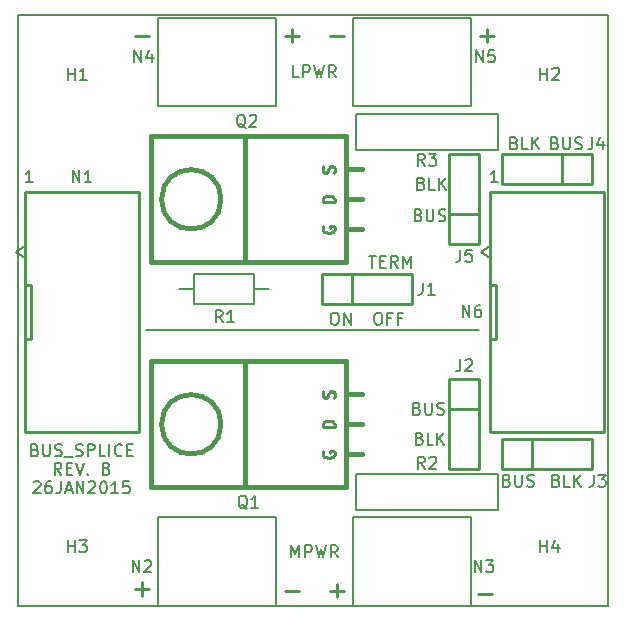
<source format=gto>
%FSLAX36Y36*%
G04 Gerber Fmt 3.6, Leading zero omitted, Abs format (unit inch)*
G04 Created by KiCad (PCBNEW (2014-jul-16 BZR unknown)-product) date Tue 27 Jan 2015 08:42:02 AM PST*
%MOIN*%
G01*
G04 APERTURE LIST*
%ADD10C,0.003937*%
%ADD11C,0.008000*%
%ADD12C,0.006000*%
%ADD13C,0.010000*%
%ADD14C,0.005906*%
%ADD15C,0.015000*%
%ADD16C,0.009850*%
%ADD17C,0.009900*%
G04 APERTURE END LIST*
D10*
D11*
X4365000Y-4985000D02*
X5475000Y-4985000D01*
D12*
X5107619Y-4738095D02*
X5130476Y-4738095D01*
X5119048Y-4778095D02*
X5119048Y-4738095D01*
X5143810Y-4757143D02*
X5157143Y-4757143D01*
X5162857Y-4778095D02*
X5143810Y-4778095D01*
X5143810Y-4738095D01*
X5162857Y-4738095D01*
X5202857Y-4778095D02*
X5189524Y-4759048D01*
X5180000Y-4778095D02*
X5180000Y-4738095D01*
X5195238Y-4738095D01*
X5199048Y-4740000D01*
X5200952Y-4741905D01*
X5202857Y-4745714D01*
X5202857Y-4751429D01*
X5200952Y-4755238D01*
X5199048Y-4757143D01*
X5195238Y-4759048D01*
X5180000Y-4759048D01*
X5220000Y-4778095D02*
X5220000Y-4738095D01*
X5233333Y-4766667D01*
X5246667Y-4738095D01*
X5246667Y-4778095D01*
X5727857Y-4362143D02*
X5733571Y-4364048D01*
X5735476Y-4365952D01*
X5737381Y-4369762D01*
X5737381Y-4375476D01*
X5735476Y-4379286D01*
X5733571Y-4381190D01*
X5729762Y-4383095D01*
X5714524Y-4383095D01*
X5714524Y-4343095D01*
X5727857Y-4343095D01*
X5731667Y-4345000D01*
X5733571Y-4346905D01*
X5735476Y-4350714D01*
X5735476Y-4354524D01*
X5733571Y-4358333D01*
X5731667Y-4360238D01*
X5727857Y-4362143D01*
X5714524Y-4362143D01*
X5754524Y-4343095D02*
X5754524Y-4375476D01*
X5756429Y-4379286D01*
X5758333Y-4381190D01*
X5762143Y-4383095D01*
X5769762Y-4383095D01*
X5773571Y-4381190D01*
X5775476Y-4379286D01*
X5777381Y-4375476D01*
X5777381Y-4343095D01*
X5794524Y-4381190D02*
X5800238Y-4383095D01*
X5809762Y-4383095D01*
X5813571Y-4381190D01*
X5815476Y-4379286D01*
X5817381Y-4375476D01*
X5817381Y-4371667D01*
X5815476Y-4367857D01*
X5813571Y-4365952D01*
X5809762Y-4364048D01*
X5802143Y-4362143D01*
X5798333Y-4360238D01*
X5796429Y-4358333D01*
X5794524Y-4354524D01*
X5794524Y-4350714D01*
X5796429Y-4346905D01*
X5798333Y-4345000D01*
X5802143Y-4343095D01*
X5811667Y-4343095D01*
X5817381Y-4345000D01*
X5591667Y-4362143D02*
X5597381Y-4364048D01*
X5599286Y-4365952D01*
X5601190Y-4369762D01*
X5601190Y-4375476D01*
X5599286Y-4379286D01*
X5597381Y-4381190D01*
X5593571Y-4383095D01*
X5578333Y-4383095D01*
X5578333Y-4343095D01*
X5591667Y-4343095D01*
X5595476Y-4345000D01*
X5597381Y-4346905D01*
X5599286Y-4350714D01*
X5599286Y-4354524D01*
X5597381Y-4358333D01*
X5595476Y-4360238D01*
X5591667Y-4362143D01*
X5578333Y-4362143D01*
X5637381Y-4383095D02*
X5618333Y-4383095D01*
X5618333Y-4343095D01*
X5650714Y-4383095D02*
X5650714Y-4343095D01*
X5673571Y-4383095D02*
X5656429Y-4360238D01*
X5673571Y-4343095D02*
X5650714Y-4365952D01*
X5281667Y-4497143D02*
X5287381Y-4499048D01*
X5289286Y-4500952D01*
X5291190Y-4504762D01*
X5291190Y-4510476D01*
X5289286Y-4514286D01*
X5287381Y-4516190D01*
X5283571Y-4518095D01*
X5268333Y-4518095D01*
X5268333Y-4478095D01*
X5281667Y-4478095D01*
X5285476Y-4480000D01*
X5287381Y-4481905D01*
X5289286Y-4485714D01*
X5289286Y-4489524D01*
X5287381Y-4493333D01*
X5285476Y-4495238D01*
X5281667Y-4497143D01*
X5268333Y-4497143D01*
X5327381Y-4518095D02*
X5308333Y-4518095D01*
X5308333Y-4478095D01*
X5340714Y-4518095D02*
X5340714Y-4478095D01*
X5363571Y-4518095D02*
X5346429Y-4495238D01*
X5363571Y-4478095D02*
X5340714Y-4500952D01*
X5272857Y-4602143D02*
X5278571Y-4604048D01*
X5280476Y-4605952D01*
X5282381Y-4609762D01*
X5282381Y-4615476D01*
X5280476Y-4619286D01*
X5278571Y-4621190D01*
X5274762Y-4623095D01*
X5259524Y-4623095D01*
X5259524Y-4583095D01*
X5272857Y-4583095D01*
X5276667Y-4585000D01*
X5278571Y-4586905D01*
X5280476Y-4590714D01*
X5280476Y-4594524D01*
X5278571Y-4598333D01*
X5276667Y-4600238D01*
X5272857Y-4602143D01*
X5259524Y-4602143D01*
X5299524Y-4583095D02*
X5299524Y-4615476D01*
X5301429Y-4619286D01*
X5303333Y-4621190D01*
X5307143Y-4623095D01*
X5314762Y-4623095D01*
X5318571Y-4621190D01*
X5320476Y-4619286D01*
X5322381Y-4615476D01*
X5322381Y-4583095D01*
X5339524Y-4621190D02*
X5345238Y-4623095D01*
X5354762Y-4623095D01*
X5358571Y-4621190D01*
X5360476Y-4619286D01*
X5362381Y-4615476D01*
X5362381Y-4611667D01*
X5360476Y-4607857D01*
X5358571Y-4605952D01*
X5354762Y-4604048D01*
X5347143Y-4602143D01*
X5343333Y-4600238D01*
X5341429Y-4598333D01*
X5339524Y-4594524D01*
X5339524Y-4590714D01*
X5341429Y-4586905D01*
X5343333Y-4585000D01*
X5347143Y-4583095D01*
X5356667Y-4583095D01*
X5362381Y-4585000D01*
X5276667Y-5347143D02*
X5282381Y-5349048D01*
X5284286Y-5350952D01*
X5286190Y-5354762D01*
X5286190Y-5360476D01*
X5284286Y-5364286D01*
X5282381Y-5366190D01*
X5278571Y-5368095D01*
X5263333Y-5368095D01*
X5263333Y-5328095D01*
X5276667Y-5328095D01*
X5280476Y-5330000D01*
X5282381Y-5331905D01*
X5284286Y-5335714D01*
X5284286Y-5339524D01*
X5282381Y-5343333D01*
X5280476Y-5345238D01*
X5276667Y-5347143D01*
X5263333Y-5347143D01*
X5322381Y-5368095D02*
X5303333Y-5368095D01*
X5303333Y-5328095D01*
X5335714Y-5368095D02*
X5335714Y-5328095D01*
X5358571Y-5368095D02*
X5341429Y-5345238D01*
X5358571Y-5328095D02*
X5335714Y-5350952D01*
X5267857Y-5247143D02*
X5273571Y-5249048D01*
X5275476Y-5250952D01*
X5277381Y-5254762D01*
X5277381Y-5260476D01*
X5275476Y-5264286D01*
X5273571Y-5266190D01*
X5269762Y-5268095D01*
X5254524Y-5268095D01*
X5254524Y-5228095D01*
X5267857Y-5228095D01*
X5271667Y-5230000D01*
X5273571Y-5231905D01*
X5275476Y-5235714D01*
X5275476Y-5239524D01*
X5273571Y-5243333D01*
X5271667Y-5245238D01*
X5267857Y-5247143D01*
X5254524Y-5247143D01*
X5294524Y-5228095D02*
X5294524Y-5260476D01*
X5296429Y-5264286D01*
X5298333Y-5266190D01*
X5302143Y-5268095D01*
X5309762Y-5268095D01*
X5313571Y-5266190D01*
X5315476Y-5264286D01*
X5317381Y-5260476D01*
X5317381Y-5228095D01*
X5334524Y-5266190D02*
X5340238Y-5268095D01*
X5349762Y-5268095D01*
X5353571Y-5266190D01*
X5355476Y-5264286D01*
X5357381Y-5260476D01*
X5357381Y-5256667D01*
X5355476Y-5252857D01*
X5353571Y-5250952D01*
X5349762Y-5249048D01*
X5342143Y-5247143D01*
X5338333Y-5245238D01*
X5336429Y-5243333D01*
X5334524Y-5239524D01*
X5334524Y-5235714D01*
X5336429Y-5231905D01*
X5338333Y-5230000D01*
X5342143Y-5228095D01*
X5351667Y-5228095D01*
X5357381Y-5230000D01*
X5731667Y-5487143D02*
X5737381Y-5489048D01*
X5739286Y-5490952D01*
X5741190Y-5494762D01*
X5741190Y-5500476D01*
X5739286Y-5504286D01*
X5737381Y-5506190D01*
X5733571Y-5508095D01*
X5718333Y-5508095D01*
X5718333Y-5468095D01*
X5731667Y-5468095D01*
X5735476Y-5470000D01*
X5737381Y-5471905D01*
X5739286Y-5475714D01*
X5739286Y-5479524D01*
X5737381Y-5483333D01*
X5735476Y-5485238D01*
X5731667Y-5487143D01*
X5718333Y-5487143D01*
X5777381Y-5508095D02*
X5758333Y-5508095D01*
X5758333Y-5468095D01*
X5790714Y-5508095D02*
X5790714Y-5468095D01*
X5813571Y-5508095D02*
X5796429Y-5485238D01*
X5813571Y-5468095D02*
X5790714Y-5490952D01*
X5567857Y-5487143D02*
X5573571Y-5489048D01*
X5575476Y-5490952D01*
X5577381Y-5494762D01*
X5577381Y-5500476D01*
X5575476Y-5504286D01*
X5573571Y-5506190D01*
X5569762Y-5508095D01*
X5554524Y-5508095D01*
X5554524Y-5468095D01*
X5567857Y-5468095D01*
X5571667Y-5470000D01*
X5573571Y-5471905D01*
X5575476Y-5475714D01*
X5575476Y-5479524D01*
X5573571Y-5483333D01*
X5571667Y-5485238D01*
X5567857Y-5487143D01*
X5554524Y-5487143D01*
X5594524Y-5468095D02*
X5594524Y-5500476D01*
X5596429Y-5504286D01*
X5598333Y-5506190D01*
X5602143Y-5508095D01*
X5609762Y-5508095D01*
X5613571Y-5506190D01*
X5615476Y-5504286D01*
X5617381Y-5500476D01*
X5617381Y-5468095D01*
X5634524Y-5506190D02*
X5640238Y-5508095D01*
X5649762Y-5508095D01*
X5653571Y-5506190D01*
X5655476Y-5504286D01*
X5657381Y-5500476D01*
X5657381Y-5496667D01*
X5655476Y-5492857D01*
X5653571Y-5490952D01*
X5649762Y-5489048D01*
X5642143Y-5487143D01*
X5638333Y-5485238D01*
X5636429Y-5483333D01*
X5634524Y-5479524D01*
X5634524Y-5475714D01*
X5636429Y-5471905D01*
X5638333Y-5470000D01*
X5642143Y-5468095D01*
X5651667Y-5468095D01*
X5657381Y-5470000D01*
D11*
X5536429Y-4493095D02*
X5513571Y-4493095D01*
X5525000Y-4493095D02*
X5525000Y-4453095D01*
X5521191Y-4458810D01*
X5517381Y-4462619D01*
X5513571Y-4464524D01*
X3986429Y-4493095D02*
X3963571Y-4493095D01*
X3975000Y-4493095D02*
X3975000Y-4453095D01*
X3971191Y-4458810D01*
X3967381Y-4462619D01*
X3963571Y-4464524D01*
D13*
X4372857Y-4004286D02*
X4327143Y-4004286D01*
X5522857Y-4004286D02*
X5477143Y-4004286D01*
X5500000Y-4027143D02*
X5500000Y-3981429D01*
D11*
X3937008Y-5905512D02*
X3937008Y-3937008D01*
X5905512Y-5905512D02*
X3937008Y-5905512D01*
X5905512Y-3937008D02*
X5905512Y-5905512D01*
X3937008Y-3937008D02*
X5905512Y-3937008D01*
D12*
X4989524Y-4928095D02*
X4997143Y-4928095D01*
X5000952Y-4930000D01*
X5004762Y-4933810D01*
X5006667Y-4941429D01*
X5006667Y-4954762D01*
X5004762Y-4962381D01*
X5000952Y-4966190D01*
X4997143Y-4968095D01*
X4989524Y-4968095D01*
X4985714Y-4966190D01*
X4981905Y-4962381D01*
X4980000Y-4954762D01*
X4980000Y-4941429D01*
X4981905Y-4933810D01*
X4985714Y-4930000D01*
X4989524Y-4928095D01*
X5023810Y-4968095D02*
X5023810Y-4928095D01*
X5046667Y-4968095D01*
X5046667Y-4928095D01*
X5134286Y-4928095D02*
X5141905Y-4928095D01*
X5145714Y-4930000D01*
X5149524Y-4933810D01*
X5151429Y-4941429D01*
X5151429Y-4954762D01*
X5149524Y-4962381D01*
X5145714Y-4966190D01*
X5141905Y-4968095D01*
X5134286Y-4968095D01*
X5130476Y-4966190D01*
X5126667Y-4962381D01*
X5124762Y-4954762D01*
X5124762Y-4941429D01*
X5126667Y-4933810D01*
X5130476Y-4930000D01*
X5134286Y-4928095D01*
X5181905Y-4947143D02*
X5168571Y-4947143D01*
X5168571Y-4968095D02*
X5168571Y-4928095D01*
X5187619Y-4928095D01*
X5216190Y-4947143D02*
X5202857Y-4947143D01*
X5202857Y-4968095D02*
X5202857Y-4928095D01*
X5221905Y-4928095D01*
X4848810Y-5743095D02*
X4848810Y-5703095D01*
X4862143Y-5731667D01*
X4875476Y-5703095D01*
X4875476Y-5743095D01*
X4894524Y-5743095D02*
X4894524Y-5703095D01*
X4909762Y-5703095D01*
X4913571Y-5705000D01*
X4915476Y-5706905D01*
X4917381Y-5710714D01*
X4917381Y-5716429D01*
X4915476Y-5720238D01*
X4913571Y-5722143D01*
X4909762Y-5724048D01*
X4894524Y-5724048D01*
X4930714Y-5703095D02*
X4940238Y-5743095D01*
X4947857Y-5714524D01*
X4955476Y-5743095D01*
X4965000Y-5703095D01*
X5003095Y-5743095D02*
X4989762Y-5724048D01*
X4980238Y-5743095D02*
X4980238Y-5703095D01*
X4995476Y-5703095D01*
X4999286Y-5705000D01*
X5001190Y-5706905D01*
X5003095Y-5710714D01*
X5003095Y-5716429D01*
X5001190Y-5720238D01*
X4999286Y-5722143D01*
X4995476Y-5724048D01*
X4980238Y-5724048D01*
X4874524Y-4143095D02*
X4855476Y-4143095D01*
X4855476Y-4103095D01*
X4887857Y-4143095D02*
X4887857Y-4103095D01*
X4903095Y-4103095D01*
X4906905Y-4105000D01*
X4908810Y-4106905D01*
X4910714Y-4110714D01*
X4910714Y-4116429D01*
X4908810Y-4120238D01*
X4906905Y-4122143D01*
X4903095Y-4124048D01*
X4887857Y-4124048D01*
X4924048Y-4103095D02*
X4933571Y-4143095D01*
X4941190Y-4114524D01*
X4948810Y-4143095D01*
X4958333Y-4103095D01*
X4996429Y-4143095D02*
X4983095Y-4124048D01*
X4973571Y-4143095D02*
X4973571Y-4103095D01*
X4988810Y-4103095D01*
X4992619Y-4105000D01*
X4994524Y-4106905D01*
X4996429Y-4110714D01*
X4996429Y-4116429D01*
X4994524Y-4120238D01*
X4992619Y-4122143D01*
X4988810Y-4124048D01*
X4973571Y-4124048D01*
D13*
X5022857Y-4004286D02*
X4977143Y-4004286D01*
X4872857Y-4004286D02*
X4827143Y-4004286D01*
X4850000Y-4027143D02*
X4850000Y-3981429D01*
X4872857Y-5854286D02*
X4827143Y-5854286D01*
X4372857Y-5849286D02*
X4327143Y-5849286D01*
X4350000Y-5872143D02*
X4350000Y-5826429D01*
X5022857Y-5854286D02*
X4977143Y-5854286D01*
X5000000Y-5877143D02*
X5000000Y-5831429D01*
X5517857Y-5864286D02*
X5472143Y-5864286D01*
D12*
X3994762Y-5385143D02*
X4000476Y-5387048D01*
X4002381Y-5388952D01*
X4004286Y-5392762D01*
X4004286Y-5398476D01*
X4002381Y-5402286D01*
X4000476Y-5404190D01*
X3996667Y-5406095D01*
X3981429Y-5406095D01*
X3981429Y-5366095D01*
X3994762Y-5366095D01*
X3998571Y-5368000D01*
X4000476Y-5369905D01*
X4002381Y-5373714D01*
X4002381Y-5377524D01*
X4000476Y-5381333D01*
X3998571Y-5383238D01*
X3994762Y-5385143D01*
X3981429Y-5385143D01*
X4021429Y-5366095D02*
X4021429Y-5398476D01*
X4023333Y-5402286D01*
X4025238Y-5404190D01*
X4029048Y-5406095D01*
X4036667Y-5406095D01*
X4040476Y-5404190D01*
X4042381Y-5402286D01*
X4044286Y-5398476D01*
X4044286Y-5366095D01*
X4061429Y-5404190D02*
X4067143Y-5406095D01*
X4076667Y-5406095D01*
X4080476Y-5404190D01*
X4082381Y-5402286D01*
X4084286Y-5398476D01*
X4084286Y-5394667D01*
X4082381Y-5390857D01*
X4080476Y-5388952D01*
X4076667Y-5387048D01*
X4069048Y-5385143D01*
X4065238Y-5383238D01*
X4063333Y-5381333D01*
X4061429Y-5377524D01*
X4061429Y-5373714D01*
X4063333Y-5369905D01*
X4065238Y-5368000D01*
X4069048Y-5366095D01*
X4078571Y-5366095D01*
X4084286Y-5368000D01*
X4091905Y-5409905D02*
X4122381Y-5409905D01*
X4130000Y-5404190D02*
X4135714Y-5406095D01*
X4145238Y-5406095D01*
X4149048Y-5404190D01*
X4150952Y-5402286D01*
X4152857Y-5398476D01*
X4152857Y-5394667D01*
X4150952Y-5390857D01*
X4149048Y-5388952D01*
X4145238Y-5387048D01*
X4137619Y-5385143D01*
X4133810Y-5383238D01*
X4131905Y-5381333D01*
X4130000Y-5377524D01*
X4130000Y-5373714D01*
X4131905Y-5369905D01*
X4133810Y-5368000D01*
X4137619Y-5366095D01*
X4147143Y-5366095D01*
X4152857Y-5368000D01*
X4170000Y-5406095D02*
X4170000Y-5366095D01*
X4185238Y-5366095D01*
X4189048Y-5368000D01*
X4190952Y-5369905D01*
X4192857Y-5373714D01*
X4192857Y-5379429D01*
X4190952Y-5383238D01*
X4189048Y-5385143D01*
X4185238Y-5387048D01*
X4170000Y-5387048D01*
X4229048Y-5406095D02*
X4210000Y-5406095D01*
X4210000Y-5366095D01*
X4242381Y-5406095D02*
X4242381Y-5366095D01*
X4284286Y-5402286D02*
X4282381Y-5404190D01*
X4276667Y-5406095D01*
X4272857Y-5406095D01*
X4267143Y-5404190D01*
X4263333Y-5400381D01*
X4261429Y-5396571D01*
X4259524Y-5388952D01*
X4259524Y-5383238D01*
X4261429Y-5375619D01*
X4263333Y-5371810D01*
X4267143Y-5368000D01*
X4272857Y-5366095D01*
X4276667Y-5366095D01*
X4282381Y-5368000D01*
X4284286Y-5369905D01*
X4301429Y-5385143D02*
X4314762Y-5385143D01*
X4320476Y-5406095D02*
X4301429Y-5406095D01*
X4301429Y-5366095D01*
X4320476Y-5366095D01*
X4082381Y-5468095D02*
X4069048Y-5449048D01*
X4059524Y-5468095D02*
X4059524Y-5428095D01*
X4074762Y-5428095D01*
X4078571Y-5430000D01*
X4080476Y-5431905D01*
X4082381Y-5435714D01*
X4082381Y-5441429D01*
X4080476Y-5445238D01*
X4078571Y-5447143D01*
X4074762Y-5449048D01*
X4059524Y-5449048D01*
X4099524Y-5447143D02*
X4112857Y-5447143D01*
X4118571Y-5468095D02*
X4099524Y-5468095D01*
X4099524Y-5428095D01*
X4118571Y-5428095D01*
X4130000Y-5428095D02*
X4143333Y-5468095D01*
X4156667Y-5428095D01*
X4170000Y-5464286D02*
X4171905Y-5466190D01*
X4170000Y-5468095D01*
X4168095Y-5466190D01*
X4170000Y-5464286D01*
X4170000Y-5468095D01*
X4232857Y-5447143D02*
X4238571Y-5449048D01*
X4240476Y-5450952D01*
X4242381Y-5454762D01*
X4242381Y-5460476D01*
X4240476Y-5464286D01*
X4238571Y-5466190D01*
X4234762Y-5468095D01*
X4219524Y-5468095D01*
X4219524Y-5428095D01*
X4232857Y-5428095D01*
X4236667Y-5430000D01*
X4238571Y-5431905D01*
X4240476Y-5435714D01*
X4240476Y-5439524D01*
X4238571Y-5443333D01*
X4236667Y-5445238D01*
X4232857Y-5447143D01*
X4219524Y-5447143D01*
X3990000Y-5493905D02*
X3991905Y-5492000D01*
X3995714Y-5490095D01*
X4005238Y-5490095D01*
X4009048Y-5492000D01*
X4010952Y-5493905D01*
X4012857Y-5497714D01*
X4012857Y-5501524D01*
X4010952Y-5507238D01*
X3988095Y-5530095D01*
X4012857Y-5530095D01*
X4047143Y-5490095D02*
X4039524Y-5490095D01*
X4035714Y-5492000D01*
X4033810Y-5493905D01*
X4030000Y-5499619D01*
X4028095Y-5507238D01*
X4028095Y-5522476D01*
X4030000Y-5526286D01*
X4031905Y-5528190D01*
X4035714Y-5530095D01*
X4043333Y-5530095D01*
X4047143Y-5528190D01*
X4049048Y-5526286D01*
X4050952Y-5522476D01*
X4050952Y-5512952D01*
X4049048Y-5509143D01*
X4047143Y-5507238D01*
X4043333Y-5505333D01*
X4035714Y-5505333D01*
X4031905Y-5507238D01*
X4030000Y-5509143D01*
X4028095Y-5512952D01*
X4079524Y-5490095D02*
X4079524Y-5518667D01*
X4077619Y-5524381D01*
X4073810Y-5528190D01*
X4068095Y-5530095D01*
X4064286Y-5530095D01*
X4096667Y-5518667D02*
X4115714Y-5518667D01*
X4092857Y-5530095D02*
X4106191Y-5490095D01*
X4119524Y-5530095D01*
X4132857Y-5530095D02*
X4132857Y-5490095D01*
X4155714Y-5530095D01*
X4155714Y-5490095D01*
X4172857Y-5493905D02*
X4174762Y-5492000D01*
X4178571Y-5490095D01*
X4188095Y-5490095D01*
X4191905Y-5492000D01*
X4193810Y-5493905D01*
X4195714Y-5497714D01*
X4195714Y-5501524D01*
X4193810Y-5507238D01*
X4170952Y-5530095D01*
X4195714Y-5530095D01*
X4220476Y-5490095D02*
X4224286Y-5490095D01*
X4228095Y-5492000D01*
X4230000Y-5493905D01*
X4231905Y-5497714D01*
X4233810Y-5505333D01*
X4233810Y-5514857D01*
X4231905Y-5522476D01*
X4230000Y-5526286D01*
X4228095Y-5528190D01*
X4224286Y-5530095D01*
X4220476Y-5530095D01*
X4216667Y-5528190D01*
X4214762Y-5526286D01*
X4212857Y-5522476D01*
X4210952Y-5514857D01*
X4210952Y-5505333D01*
X4212857Y-5497714D01*
X4214762Y-5493905D01*
X4216667Y-5492000D01*
X4220476Y-5490095D01*
X4271905Y-5530095D02*
X4249048Y-5530095D01*
X4260476Y-5530095D02*
X4260476Y-5490095D01*
X4256667Y-5495810D01*
X4252857Y-5499619D01*
X4249048Y-5501524D01*
X4308095Y-5490095D02*
X4289048Y-5490095D01*
X4287143Y-5509143D01*
X4289048Y-5507238D01*
X4292857Y-5505333D01*
X4302381Y-5505333D01*
X4306190Y-5507238D01*
X4308095Y-5509143D01*
X4310000Y-5512952D01*
X4310000Y-5522476D01*
X4308095Y-5526286D01*
X4306190Y-5528190D01*
X4302381Y-5530095D01*
X4292857Y-5530095D01*
X4289048Y-5528190D01*
X4287143Y-5526286D01*
D13*
X5050000Y-4900000D02*
X5250000Y-4900000D01*
X5250000Y-4900000D02*
X5250000Y-4800000D01*
X5250000Y-4800000D02*
X5050000Y-4800000D01*
X4950000Y-4800000D02*
X5050000Y-4800000D01*
X5050000Y-4800000D02*
X5050000Y-4900000D01*
X4950000Y-4800000D02*
X4950000Y-4900000D01*
X4950000Y-4900000D02*
X5050000Y-4900000D01*
D14*
X3930000Y-4725000D02*
X3960000Y-4705000D01*
X3930000Y-4725000D02*
X3960000Y-4745000D01*
D13*
X3960000Y-5015000D02*
X3980000Y-5015000D01*
X3980000Y-5015000D02*
X3980000Y-4835000D01*
X3980000Y-4835000D02*
X3960000Y-4835000D01*
X4340000Y-4525000D02*
X4340000Y-5325000D01*
X4340000Y-5325000D02*
X3960000Y-5325000D01*
X3960000Y-5325000D02*
X3960000Y-4525000D01*
X3960000Y-4525000D02*
X4340000Y-4525000D01*
D11*
X4403150Y-5609646D02*
X4403150Y-5904921D01*
X4403150Y-5904921D02*
X4796850Y-5904921D01*
X4796850Y-5904921D02*
X4796850Y-5609646D01*
X4796850Y-5609646D02*
X4403150Y-5609646D01*
X5053150Y-5609646D02*
X5053150Y-5904921D01*
X5053150Y-5904921D02*
X5446850Y-5904921D01*
X5446850Y-5904921D02*
X5446850Y-5609646D01*
X5446850Y-5609646D02*
X5053150Y-5609646D01*
X4796850Y-4240354D02*
X4796850Y-3945079D01*
X4796850Y-3945079D02*
X4403150Y-3945079D01*
X4403150Y-3945079D02*
X4403150Y-4240354D01*
X4403150Y-4240354D02*
X4796850Y-4240354D01*
X5446850Y-4240354D02*
X5446850Y-3945079D01*
X5446850Y-3945079D02*
X5053150Y-3945079D01*
X5053150Y-3945079D02*
X5053150Y-4240354D01*
X5053150Y-4240354D02*
X5446850Y-4240354D01*
D14*
X5480000Y-4725000D02*
X5510000Y-4705000D01*
X5480000Y-4725000D02*
X5510000Y-4745000D01*
D13*
X5510000Y-5015000D02*
X5530000Y-5015000D01*
X5530000Y-5015000D02*
X5530000Y-4835000D01*
X5530000Y-4835000D02*
X5510000Y-4835000D01*
X5890000Y-4525000D02*
X5890000Y-5325000D01*
X5890000Y-5325000D02*
X5510000Y-5325000D01*
X5510000Y-5325000D02*
X5510000Y-4525000D01*
X5510000Y-4525000D02*
X5890000Y-4525000D01*
D15*
X5030000Y-5400000D02*
X5085000Y-5400000D01*
X5030000Y-5300000D02*
X5085000Y-5300000D01*
X5030000Y-5200000D02*
X5085000Y-5200000D01*
X4613995Y-5300000D02*
G75*
G03X4613995Y-5300000I-98995J0D01*
G74*
G01*
X4695000Y-5090000D02*
X4380000Y-5090000D01*
X4380000Y-5090000D02*
X4380000Y-5510000D01*
X4380000Y-5510000D02*
X4695000Y-5510000D01*
X5030000Y-5090000D02*
X4695000Y-5090000D01*
X4695000Y-5090000D02*
X4695000Y-5510000D01*
X4695000Y-5510000D02*
X5030000Y-5510000D01*
X5030000Y-5300000D02*
X5030000Y-5510000D01*
X5030000Y-5300000D02*
X5030000Y-5090000D01*
X5030000Y-4650000D02*
X5085000Y-4650000D01*
X5030000Y-4550000D02*
X5085000Y-4550000D01*
X5030000Y-4450000D02*
X5085000Y-4450000D01*
X4613995Y-4550000D02*
G75*
G03X4613995Y-4550000I-98995J0D01*
G74*
G01*
X4695000Y-4340000D02*
X4380000Y-4340000D01*
X4380000Y-4340000D02*
X4380000Y-4760000D01*
X4380000Y-4760000D02*
X4695000Y-4760000D01*
X5030000Y-4340000D02*
X4695000Y-4340000D01*
X4695000Y-4340000D02*
X4695000Y-4760000D01*
X4695000Y-4760000D02*
X5030000Y-4760000D01*
X5030000Y-4550000D02*
X5030000Y-4760000D01*
X5030000Y-4550000D02*
X5030000Y-4340000D01*
D14*
X4525000Y-4850000D02*
X4475000Y-4850000D01*
X4725000Y-4850000D02*
X4775000Y-4850000D01*
X4725000Y-4900000D02*
X4725000Y-4800000D01*
X4725000Y-4800000D02*
X4525000Y-4800000D01*
X4525000Y-4800000D02*
X4525000Y-4900000D01*
X4525000Y-4900000D02*
X4725000Y-4900000D01*
D11*
X5064000Y-5584000D02*
X5536000Y-5584000D01*
X5536000Y-5584000D02*
X5536000Y-5466000D01*
X5536000Y-5466000D02*
X5064000Y-5466000D01*
X5064000Y-5466000D02*
X5064000Y-5584000D01*
X5064000Y-4384000D02*
X5536000Y-4384000D01*
X5536000Y-4384000D02*
X5536000Y-4266000D01*
X5536000Y-4266000D02*
X5064000Y-4266000D01*
X5064000Y-4266000D02*
X5064000Y-4384000D01*
D13*
X5375000Y-5250000D02*
X5375000Y-5450000D01*
X5375000Y-5450000D02*
X5475000Y-5450000D01*
X5475000Y-5450000D02*
X5475000Y-5250000D01*
X5475000Y-5150000D02*
X5475000Y-5250000D01*
X5475000Y-5250000D02*
X5375000Y-5250000D01*
X5475000Y-5150000D02*
X5375000Y-5150000D01*
X5375000Y-5150000D02*
X5375000Y-5250000D01*
X5650000Y-5450000D02*
X5850000Y-5450000D01*
X5850000Y-5450000D02*
X5850000Y-5350000D01*
X5850000Y-5350000D02*
X5650000Y-5350000D01*
X5550000Y-5350000D02*
X5650000Y-5350000D01*
X5650000Y-5350000D02*
X5650000Y-5450000D01*
X5550000Y-5350000D02*
X5550000Y-5450000D01*
X5550000Y-5450000D02*
X5650000Y-5450000D01*
X5750000Y-4400000D02*
X5550000Y-4400000D01*
X5550000Y-4400000D02*
X5550000Y-4500000D01*
X5550000Y-4500000D02*
X5750000Y-4500000D01*
X5850000Y-4500000D02*
X5750000Y-4500000D01*
X5750000Y-4500000D02*
X5750000Y-4400000D01*
X5850000Y-4500000D02*
X5850000Y-4400000D01*
X5850000Y-4400000D02*
X5750000Y-4400000D01*
X5475000Y-4600000D02*
X5475000Y-4400000D01*
X5475000Y-4400000D02*
X5375000Y-4400000D01*
X5375000Y-4400000D02*
X5375000Y-4600000D01*
X5375000Y-4700000D02*
X5375000Y-4600000D01*
X5375000Y-4600000D02*
X5475000Y-4600000D01*
X5375000Y-4700000D02*
X5475000Y-4700000D01*
X5475000Y-4700000D02*
X5475000Y-4600000D01*
D11*
X5286667Y-4828095D02*
X5286667Y-4856667D01*
X5284762Y-4862381D01*
X5280952Y-4866190D01*
X5275238Y-4868095D01*
X5271429Y-4868095D01*
X5326667Y-4868095D02*
X5303810Y-4868095D01*
X5315238Y-4868095D02*
X5315238Y-4828095D01*
X5311429Y-4833810D01*
X5307619Y-4837619D01*
X5303810Y-4839524D01*
X4119524Y-4493095D02*
X4119524Y-4453095D01*
X4142381Y-4493095D01*
X4142381Y-4453095D01*
X4182381Y-4493095D02*
X4159524Y-4493095D01*
X4170952Y-4493095D02*
X4170952Y-4453095D01*
X4167143Y-4458810D01*
X4163333Y-4462619D01*
X4159524Y-4464524D01*
X4319524Y-5793095D02*
X4319524Y-5753095D01*
X4342381Y-5793095D01*
X4342381Y-5753095D01*
X4359524Y-5756905D02*
X4361429Y-5755000D01*
X4365238Y-5753095D01*
X4374762Y-5753095D01*
X4378571Y-5755000D01*
X4380476Y-5756905D01*
X4382381Y-5760714D01*
X4382381Y-5764524D01*
X4380476Y-5770238D01*
X4357619Y-5793095D01*
X4382381Y-5793095D01*
X5459524Y-5793095D02*
X5459524Y-5753095D01*
X5482381Y-5793095D01*
X5482381Y-5753095D01*
X5497619Y-5753095D02*
X5522381Y-5753095D01*
X5509048Y-5768333D01*
X5514762Y-5768333D01*
X5518571Y-5770238D01*
X5520476Y-5772143D01*
X5522381Y-5775952D01*
X5522381Y-5785476D01*
X5520476Y-5789286D01*
X5518571Y-5791190D01*
X5514762Y-5793095D01*
X5503333Y-5793095D01*
X5499524Y-5791190D01*
X5497619Y-5789286D01*
X4324524Y-4093095D02*
X4324524Y-4053095D01*
X4347381Y-4093095D01*
X4347381Y-4053095D01*
X4383571Y-4066429D02*
X4383571Y-4093095D01*
X4374048Y-4051190D02*
X4364524Y-4079762D01*
X4389286Y-4079762D01*
X5464524Y-4093095D02*
X5464524Y-4053095D01*
X5487381Y-4093095D01*
X5487381Y-4053095D01*
X5525476Y-4053095D02*
X5506429Y-4053095D01*
X5504524Y-4072143D01*
X5506429Y-4070238D01*
X5510238Y-4068333D01*
X5519762Y-4068333D01*
X5523571Y-4070238D01*
X5525476Y-4072143D01*
X5527381Y-4075952D01*
X5527381Y-4085476D01*
X5525476Y-4089286D01*
X5523571Y-4091190D01*
X5519762Y-4093095D01*
X5510238Y-4093095D01*
X5506429Y-4091190D01*
X5504524Y-4089286D01*
X5419524Y-4943095D02*
X5419524Y-4903095D01*
X5442381Y-4943095D01*
X5442381Y-4903095D01*
X5478571Y-4903095D02*
X5470952Y-4903095D01*
X5467143Y-4905000D01*
X5465238Y-4906905D01*
X5461429Y-4912619D01*
X5459524Y-4920238D01*
X5459524Y-4935476D01*
X5461429Y-4939286D01*
X5463333Y-4941190D01*
X5467143Y-4943095D01*
X5474762Y-4943095D01*
X5478571Y-4941190D01*
X5480476Y-4939286D01*
X5482381Y-4935476D01*
X5482381Y-4925952D01*
X5480476Y-4922143D01*
X5478571Y-4920238D01*
X5474762Y-4918333D01*
X5467143Y-4918333D01*
X5463333Y-4920238D01*
X5461429Y-4922143D01*
X5459524Y-4925952D01*
X4701190Y-5581905D02*
X4697381Y-5580000D01*
X4693571Y-5576190D01*
X4687857Y-5570476D01*
X4684048Y-5568571D01*
X4680238Y-5568571D01*
X4682143Y-5578095D02*
X4678333Y-5576190D01*
X4674524Y-5572381D01*
X4672619Y-5564762D01*
X4672619Y-5551429D01*
X4674524Y-5543810D01*
X4678333Y-5540000D01*
X4682143Y-5538095D01*
X4689762Y-5538095D01*
X4693571Y-5540000D01*
X4697381Y-5543810D01*
X4699286Y-5551429D01*
X4699286Y-5564762D01*
X4697381Y-5572381D01*
X4693571Y-5576190D01*
X4689762Y-5578095D01*
X4682143Y-5578095D01*
X4737381Y-5578095D02*
X4714524Y-5578095D01*
X4725952Y-5578095D02*
X4725952Y-5538095D01*
X4722143Y-5543810D01*
X4718333Y-5547619D01*
X4714524Y-5549524D01*
D16*
X4955300Y-5389681D02*
X4953424Y-5393433D01*
X4953424Y-5399062D01*
X4955300Y-5404690D01*
X4959052Y-5408443D01*
X4962805Y-5410319D01*
X4970310Y-5412195D01*
X4975938Y-5412195D01*
X4983443Y-5410319D01*
X4987195Y-5408443D01*
X4990948Y-5404690D01*
X4992824Y-5399062D01*
X4992824Y-5395310D01*
X4990948Y-5389681D01*
X4989071Y-5387805D01*
X4975938Y-5387805D01*
X4975938Y-5395310D01*
D17*
D16*
X4990948Y-5211257D02*
X4992824Y-5205629D01*
X4992824Y-5196248D01*
X4990948Y-5192495D01*
X4989071Y-5190619D01*
X4985319Y-5188743D01*
X4981567Y-5188743D01*
X4977814Y-5190619D01*
X4975938Y-5192495D01*
X4974062Y-5196248D01*
X4972186Y-5203752D01*
X4970310Y-5207505D01*
X4968433Y-5209381D01*
X4964681Y-5211257D01*
X4960929Y-5211257D01*
X4957176Y-5209381D01*
X4955300Y-5207505D01*
X4953424Y-5203752D01*
X4953424Y-5194371D01*
X4955300Y-5188743D01*
D17*
D16*
X4992824Y-5310319D02*
X4953424Y-5310319D01*
X4953424Y-5300938D01*
X4955300Y-5295310D01*
X4959052Y-5291557D01*
X4962805Y-5289681D01*
X4970310Y-5287805D01*
X4975938Y-5287805D01*
X4983443Y-5289681D01*
X4987195Y-5291557D01*
X4990948Y-5295310D01*
X4992824Y-5300938D01*
X4992824Y-5310319D01*
D17*
D11*
X4696190Y-4311905D02*
X4692381Y-4310000D01*
X4688571Y-4306190D01*
X4682857Y-4300476D01*
X4679048Y-4298571D01*
X4675238Y-4298571D01*
X4677143Y-4308095D02*
X4673333Y-4306190D01*
X4669524Y-4302381D01*
X4667619Y-4294762D01*
X4667619Y-4281429D01*
X4669524Y-4273810D01*
X4673333Y-4270000D01*
X4677143Y-4268095D01*
X4684762Y-4268095D01*
X4688571Y-4270000D01*
X4692381Y-4273810D01*
X4694286Y-4281429D01*
X4694286Y-4294762D01*
X4692381Y-4302381D01*
X4688571Y-4306190D01*
X4684762Y-4308095D01*
X4677143Y-4308095D01*
X4709524Y-4271905D02*
X4711429Y-4270000D01*
X4715238Y-4268095D01*
X4724762Y-4268095D01*
X4728571Y-4270000D01*
X4730476Y-4271905D01*
X4732381Y-4275714D01*
X4732381Y-4279524D01*
X4730476Y-4285238D01*
X4707619Y-4308095D01*
X4732381Y-4308095D01*
D16*
X4955300Y-4639681D02*
X4953424Y-4643433D01*
X4953424Y-4649062D01*
X4955300Y-4654690D01*
X4959052Y-4658443D01*
X4962805Y-4660319D01*
X4970310Y-4662195D01*
X4975938Y-4662195D01*
X4983443Y-4660319D01*
X4987195Y-4658443D01*
X4990948Y-4654690D01*
X4992824Y-4649062D01*
X4992824Y-4645310D01*
X4990948Y-4639681D01*
X4989071Y-4637805D01*
X4975938Y-4637805D01*
X4975938Y-4645310D01*
D17*
D16*
X4990948Y-4461257D02*
X4992824Y-4455629D01*
X4992824Y-4446248D01*
X4990948Y-4442495D01*
X4989071Y-4440619D01*
X4985319Y-4438743D01*
X4981567Y-4438743D01*
X4977814Y-4440619D01*
X4975938Y-4442495D01*
X4974062Y-4446248D01*
X4972186Y-4453752D01*
X4970310Y-4457505D01*
X4968433Y-4459381D01*
X4964681Y-4461257D01*
X4960929Y-4461257D01*
X4957176Y-4459381D01*
X4955300Y-4457505D01*
X4953424Y-4453752D01*
X4953424Y-4444371D01*
X4955300Y-4438743D01*
D17*
D16*
X4992824Y-4560319D02*
X4953424Y-4560319D01*
X4953424Y-4550938D01*
X4955300Y-4545310D01*
X4959052Y-4541557D01*
X4962805Y-4539681D01*
X4970310Y-4537805D01*
X4975938Y-4537805D01*
X4983443Y-4539681D01*
X4987195Y-4541557D01*
X4990948Y-4545310D01*
X4992824Y-4550938D01*
X4992824Y-4560319D01*
D17*
D11*
X4619514Y-4959828D02*
X4606181Y-4940780D01*
X4596657Y-4959828D02*
X4596657Y-4919828D01*
X4611895Y-4919828D01*
X4615705Y-4921732D01*
X4617610Y-4923637D01*
X4619514Y-4927447D01*
X4619514Y-4933161D01*
X4617610Y-4936970D01*
X4615705Y-4938875D01*
X4611895Y-4940780D01*
X4596657Y-4940780D01*
X4657610Y-4959828D02*
X4634753Y-4959828D01*
X4646181Y-4959828D02*
X4646181Y-4919828D01*
X4642372Y-4925542D01*
X4638562Y-4929351D01*
X4634753Y-4931256D01*
X5293333Y-5448095D02*
X5280000Y-5429048D01*
X5270476Y-5448095D02*
X5270476Y-5408095D01*
X5285714Y-5408095D01*
X5289524Y-5410000D01*
X5291429Y-5411905D01*
X5293333Y-5415714D01*
X5293333Y-5421429D01*
X5291429Y-5425238D01*
X5289524Y-5427143D01*
X5285714Y-5429048D01*
X5270476Y-5429048D01*
X5308571Y-5411905D02*
X5310476Y-5410000D01*
X5314286Y-5408095D01*
X5323810Y-5408095D01*
X5327619Y-5410000D01*
X5329524Y-5411905D01*
X5331429Y-5415714D01*
X5331429Y-5419524D01*
X5329524Y-5425238D01*
X5306667Y-5448095D01*
X5331429Y-5448095D01*
X5293333Y-4438095D02*
X5280000Y-4419048D01*
X5270476Y-4438095D02*
X5270476Y-4398095D01*
X5285714Y-4398095D01*
X5289524Y-4400000D01*
X5291429Y-4401905D01*
X5293333Y-4405714D01*
X5293333Y-4411429D01*
X5291429Y-4415238D01*
X5289524Y-4417143D01*
X5285714Y-4419048D01*
X5270476Y-4419048D01*
X5306667Y-4398095D02*
X5331429Y-4398095D01*
X5318095Y-4413333D01*
X5323810Y-4413333D01*
X5327619Y-4415238D01*
X5329524Y-4417143D01*
X5331429Y-4420952D01*
X5331429Y-4430476D01*
X5329524Y-4434286D01*
X5327619Y-4436190D01*
X5323810Y-4438095D01*
X5312381Y-4438095D01*
X5308571Y-4436190D01*
X5306667Y-4434286D01*
X5411667Y-5083095D02*
X5411667Y-5111667D01*
X5409762Y-5117381D01*
X5405952Y-5121190D01*
X5400238Y-5123095D01*
X5396429Y-5123095D01*
X5428810Y-5086905D02*
X5430714Y-5085000D01*
X5434524Y-5083095D01*
X5444048Y-5083095D01*
X5447857Y-5085000D01*
X5449762Y-5086905D01*
X5451667Y-5090714D01*
X5451667Y-5094524D01*
X5449762Y-5100238D01*
X5426905Y-5123095D01*
X5451667Y-5123095D01*
X5856667Y-5468095D02*
X5856667Y-5496667D01*
X5854762Y-5502381D01*
X5850952Y-5506190D01*
X5845238Y-5508095D01*
X5841429Y-5508095D01*
X5871905Y-5468095D02*
X5896667Y-5468095D01*
X5883333Y-5483333D01*
X5889048Y-5483333D01*
X5892857Y-5485238D01*
X5894762Y-5487143D01*
X5896667Y-5490952D01*
X5896667Y-5500476D01*
X5894762Y-5504286D01*
X5892857Y-5506190D01*
X5889048Y-5508095D01*
X5877619Y-5508095D01*
X5873810Y-5506190D01*
X5871905Y-5504286D01*
X5851667Y-4343095D02*
X5851667Y-4371667D01*
X5849762Y-4377381D01*
X5845952Y-4381190D01*
X5840238Y-4383095D01*
X5836429Y-4383095D01*
X5887857Y-4356429D02*
X5887857Y-4383095D01*
X5878333Y-4341190D02*
X5868810Y-4369762D01*
X5893571Y-4369762D01*
X5411667Y-4718095D02*
X5411667Y-4746667D01*
X5409762Y-4752381D01*
X5405952Y-4756190D01*
X5400238Y-4758095D01*
X5396429Y-4758095D01*
X5449762Y-4718095D02*
X5430714Y-4718095D01*
X5428810Y-4737143D01*
X5430714Y-4735238D01*
X5434524Y-4733333D01*
X5444048Y-4733333D01*
X5447857Y-4735238D01*
X5449762Y-4737143D01*
X5451667Y-4740952D01*
X5451667Y-4750476D01*
X5449762Y-4754286D01*
X5447857Y-4756190D01*
X5444048Y-4758095D01*
X5434524Y-4758095D01*
X5430714Y-4756190D01*
X5428810Y-4754286D01*
X5678185Y-5726757D02*
X5678185Y-5686757D01*
X5678185Y-5705804D02*
X5701042Y-5705804D01*
X5701042Y-5726757D02*
X5701042Y-5686757D01*
X5737233Y-5700090D02*
X5737233Y-5726757D01*
X5727709Y-5684852D02*
X5718185Y-5713423D01*
X5742947Y-5713423D01*
X4103382Y-5726757D02*
X4103382Y-5686757D01*
X4103382Y-5705804D02*
X4126239Y-5705804D01*
X4126239Y-5726757D02*
X4126239Y-5686757D01*
X4141477Y-5686757D02*
X4166239Y-5686757D01*
X4152906Y-5701995D01*
X4158620Y-5701995D01*
X4162430Y-5703900D01*
X4164334Y-5705804D01*
X4166239Y-5709614D01*
X4166239Y-5719138D01*
X4164334Y-5722947D01*
X4162430Y-5724852D01*
X4158620Y-5726757D01*
X4147192Y-5726757D01*
X4143382Y-5724852D01*
X4141477Y-5722947D01*
X5678185Y-4151954D02*
X5678185Y-4111954D01*
X5678185Y-4131001D02*
X5701042Y-4131001D01*
X5701042Y-4151954D02*
X5701042Y-4111954D01*
X5718185Y-4115763D02*
X5720090Y-4113858D01*
X5723900Y-4111954D01*
X5733423Y-4111954D01*
X5737233Y-4113858D01*
X5739138Y-4115763D01*
X5741042Y-4119573D01*
X5741042Y-4123382D01*
X5739138Y-4129096D01*
X5716280Y-4151954D01*
X5741042Y-4151954D01*
X4103382Y-4151954D02*
X4103382Y-4111954D01*
X4103382Y-4131001D02*
X4126239Y-4131001D01*
X4126239Y-4151954D02*
X4126239Y-4111954D01*
X4166239Y-4151954D02*
X4143382Y-4151954D01*
X4154811Y-4151954D02*
X4154811Y-4111954D01*
X4151001Y-4117668D01*
X4147192Y-4121477D01*
X4143382Y-4123382D01*
M02*

</source>
